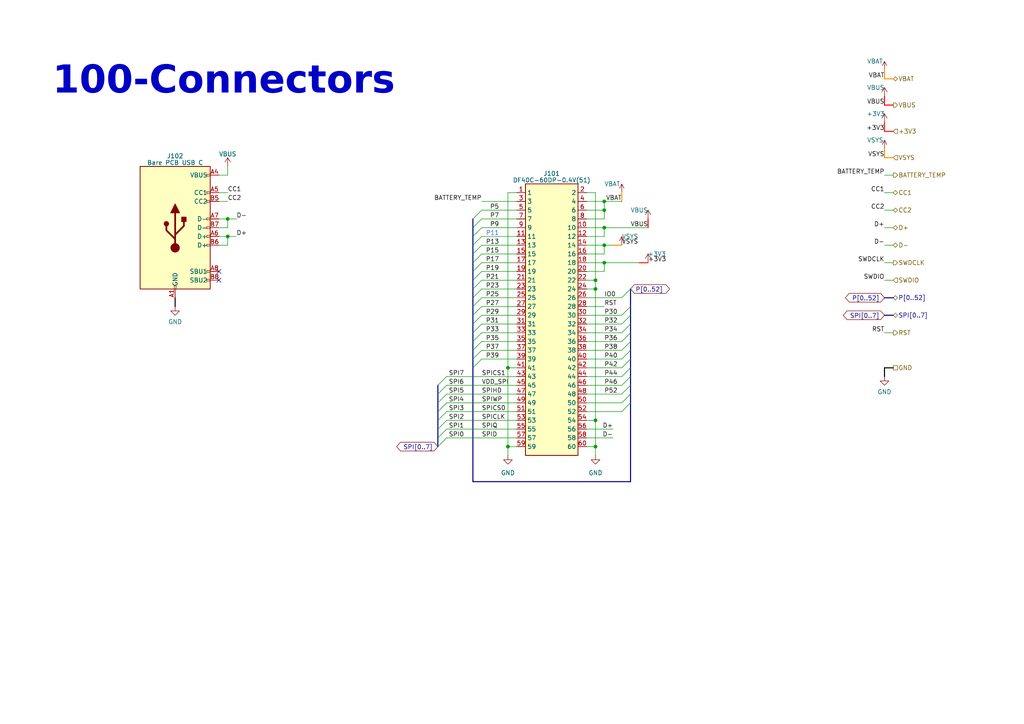
<source format=kicad_sch>
(kicad_sch (version 20231120) (generator "eeschema") (generator_version "8.0")
  (paper "A4")
  (title_block (title "PSoM - nRF52840") (date "2024-09-30") (rev "HW00") (company "PumaCorp") (comment 1 "Design by: NdG"))
  (lib_symbols
    (symbol "Component_lib:Bare PCB USB C" (pin_names (offset 0.762))
      (property "Reference" "J" (at 0 2.54 0))
      (property "Value" "Bare PCB USB C" (at 0 2.54 0))
      (symbol "Bare PCB USB C_0_0"
        (rectangle (start 9.906 -35.56) (end 10.414 -34.544))
        (rectangle (start 20.32 -32.766) (end 19.304 -33.274))
        (rectangle (start 20.32 -30.226) (end 19.304 -30.734))
        (rectangle (start 20.32 -22.606) (end 19.304 -23.114))
        (rectangle (start 20.32 -20.066) (end 19.304 -20.574))
        (rectangle (start 20.32 -17.526) (end 19.304 -18.034))
        (rectangle (start 20.32 -14.986) (end 19.304 -15.494))
        (rectangle (start 20.32 -9.906) (end 19.304 -10.414))
        (rectangle (start 20.32 -7.366) (end 19.304 -7.874))
        (rectangle (start 20.32 -2.286) (end 19.304 -2.794))
      )
      (symbol "Bare PCB USB C_0_1"
        (polyline (pts (xy 10.16 -23.622) (xy 10.16 -13.462)) (stroke (width 0.508)))
        (polyline (pts (xy 10.16 -21.082) (xy 7.62 -18.542) (xy 7.62 -17.272)) (stroke (width 0.508)))
        (polyline (pts (xy 10.16 -19.812) (xy 12.7 -17.272) (xy 12.7 -16.002)) (stroke (width 0.508)))
        (polyline (pts (xy 8.89 -13.462) (xy 10.16 -10.922) (xy 11.43 -13.462) (xy 8.89 -13.462)) (stroke (width 0.254)) (fill (type outline)))
        (rectangle (start 0 0) (end 20.32 -35.56) (stroke (width 0.254)) (fill (type background)))
        (circle (center 7.62 -16.637) (radius 0.635) (stroke (width 0.254)) (fill (type outline)))
        (circle (center 10.16 -23.622) (radius 1.27) (fill (type outline)))
        (rectangle (start 12.065 -14.732) (end 13.335 -16.002) (stroke (width 0.254)) (fill (type outline)))
      )
      (symbol "Bare PCB USB C_1_1"
        (pin passive line (at 10.16 -38.1 90) (length 2.54) (name "GND") (number "A1"))
        (pin passive line (at 10.16 -38.1 90) (length 2.54) hide (name "GND") (number "A12"))
        (pin passive line (at 22.86 -2.54 180) (length 2.54) (name "VBUS") (number "A4"))
        (pin bidirectional line (at 22.86 -7.62 180) (length 2.54) (name "CC1") (number "A5"))
        (pin bidirectional line (at 22.86 -20.32 180) (length 2.54) (name "D+") (number "A6"))
        (pin bidirectional line (at 22.86 -15.24 180) (length 2.54) (name "D-") (number "A7"))
        (pin bidirectional line (at 22.86 -30.48 180) (length 2.54) (name "SBU1") (number "A8"))
        (pin passive line (at 22.86 -2.54 180) (length 2.54) hide (name "VBUS") (number "A9"))
        (pin passive line (at 10.16 -38.1 90) (length 2.54) hide (name "GND") (number "B1"))
        (pin passive line (at 10.16 -38.1 90) (length 2.54) hide (name "GND") (number "B12"))
        (pin passive line (at 22.86 -2.54 180) (length 2.54) hide (name "VBUS") (number "B4"))
        (pin bidirectional line (at 22.86 -10.16 180) (length 2.54) (name "CC2") (number "B5"))
        (pin bidirectional line (at 22.86 -22.86 180) (length 2.54) (name "D+") (number "B6"))
        (pin bidirectional line (at 22.86 -17.78 180) (length 2.54) (name "D-") (number "B7"))
        (pin bidirectional line (at 22.86 -33.02 180) (length 2.54) (name "SBU2") (number "B8"))
        (pin passive line (at 22.86 -2.54 180) (length 2.54) hide (name "VBUS") (number "B9"))
      )
    )
    (symbol "Component_lib:DF40C-60DP-0.4V(51)"
      (property "Reference" "J" (at 5.08 7.62 0))
      (property "Value" "DF40C-60DP-0.4V(51)" (at 12.7 5.08 0))
      (symbol "DF40C-60DP-0.4V(51)_1_1"
        (rectangle (start 2.54 2.54) (end 17.78 -76.2) (stroke (width 0.254)) (fill (type background)))
        (pin passive line (at 0 0 0) (length 2.54) (name "1") (number "1"))
        (pin passive line (at 20.32 -10.16 180) (length 2.54) (name "10") (number "10"))
        (pin passive line (at 0 -12.7 0) (length 2.54) (name "11") (number "11"))
        (pin passive line (at 20.32 -12.7 180) (length 2.54) (name "12") (number "12"))
        (pin passive line (at 0 -15.24 0) (length 2.54) (name "13") (number "13"))
        (pin passive line (at 20.32 -15.24 180) (length 2.54) (name "14") (number "14"))
        (pin passive line (at 0 -17.78 0) (length 2.54) (name "15") (number "15"))
        (pin passive line (at 20.32 -17.78 180) (length 2.54) (name "16") (number "16"))
        (pin passive line (at 0 -20.32 0) (length 2.54) (name "17") (number "17"))
        (pin passive line (at 20.32 -20.32 180) (length 2.54) (name "18") (number "18"))
        (pin passive line (at 0 -22.86 0) (length 2.54) (name "19") (number "19"))
        (pin passive line (at 20.32 0 180) (length 2.54) (name "2") (number "2"))
        (pin passive line (at 20.32 -22.86 180) (length 2.54) (name "20") (number "20"))
        (pin passive line (at 0 -25.4 0) (length 2.54) (name "21") (number "21"))
        (pin passive line (at 20.32 -25.4 180) (length 2.54) (name "22") (number "22"))
        (pin passive line (at 0 -27.94 0) (length 2.54) (name "23") (number "23"))
        (pin passive line (at 20.32 -27.94 180) (length 2.54) (name "24") (number "24"))
        (pin passive line (at 0 -30.48 0) (length 2.54) (name "25") (number "25"))
        (pin passive line (at 20.32 -30.48 180) (length 2.54) (name "26") (number "26"))
        (pin passive line (at 0 -33.02 0) (length 2.54) (name "27") (number "27"))
        (pin passive line (at 20.32 -33.02 180) (length 2.54) (name "28") (number "28"))
        (pin passive line (at 0 -35.56 0) (length 2.54) (name "29") (number "29"))
        (pin passive line (at 0 -2.54 0) (length 2.54) (name "3") (number "3"))
        (pin passive line (at 20.32 -35.56 180) (length 2.54) (name "30") (number "30"))
        (pin passive line (at 0 -38.1 0) (length 2.54) (name "31") (number "31"))
        (pin passive line (at 20.32 -38.1 180) (length 2.54) (name "32") (number "32"))
        (pin passive line (at 0 -40.64 0) (length 2.54) (name "33") (number "33"))
        (pin passive line (at 20.32 -40.64 180) (length 2.54) (name "34") (number "34"))
        (pin passive line (at 0 -43.18 0) (length 2.54) (name "35") (number "35"))
        (pin passive line (at 20.32 -43.18 180) (length 2.54) (name "36") (number "36"))
        (pin passive line (at 0 -45.72 0) (length 2.54) (name "37") (number "37"))
        (pin passive line (at 20.32 -45.72 180) (length 2.54) (name "38") (number "38"))
        (pin passive line (at 0 -48.26 0) (length 2.54) (name "39") (number "39"))
        (pin passive line (at 20.32 -2.54 180) (length 2.54) (name "4") (number "4"))
        (pin passive line (at 20.32 -48.26 180) (length 2.54) (name "40") (number "40"))
        (pin passive line (at 0 -50.8 0) (length 2.54) (name "41") (number "41"))
        (pin passive line (at 20.32 -50.8 180) (length 2.54) (name "42") (number "42"))
        (pin passive line (at 0 -53.34 0) (length 2.54) (name "43") (number "43"))
        (pin passive line (at 20.32 -53.34 180) (length 2.54) (name "44") (number "44"))
        (pin passive line (at 0 -55.88 0) (length 2.54) (name "45") (number "45"))
        (pin passive line (at 20.32 -55.88 180) (length 2.54) (name "46") (number "46"))
        (pin passive line (at 0 -58.42 0) (length 2.54) (name "47") (number "47"))
        (pin passive line (at 20.32 -58.42 180) (length 2.54) (name "48") (number "48"))
        (pin passive line (at 0 -60.96 0) (length 2.54) (name "49") (number "49"))
        (pin passive line (at 0 -5.08 0) (length 2.54) (name "5") (number "5"))
        (pin passive line (at 20.32 -60.96 180) (length 2.54) (name "50") (number "50"))
        (pin passive line (at 0 -63.5 0) (length 2.54) (name "51") (number "51"))
        (pin passive line (at 20.32 -63.5 180) (length 2.54) (name "52") (number "52"))
        (pin passive line (at 0 -66.04 0) (length 2.54) (name "53") (number "53"))
        (pin passive line (at 20.32 -66.04 180) (length 2.54) (name "54") (number "54"))
        (pin passive line (at 0 -68.58 0) (length 2.54) (name "55") (number "55"))
        (pin passive line (at 20.32 -68.58 180) (length 2.54) (name "56") (number "56"))
        (pin passive line (at 0 -71.12 0) (length 2.54) (name "57") (number "57"))
        (pin passive line (at 20.32 -71.12 180) (length 2.54) (name "58") (number "58"))
        (pin passive line (at 0 -73.66 0) (length 2.54) (name "59") (number "59"))
        (pin passive line (at 20.32 -5.08 180) (length 2.54) (name "6") (number "6"))
        (pin passive line (at 20.32 -73.66 180) (length 2.54) (name "60") (number "60"))
        (pin passive line (at 0 -7.62 0) (length 2.54) (name "7") (number "7"))
        (pin passive line (at 20.32 -7.62 180) (length 2.54) (name "8") (number "8"))
        (pin passive line (at 0 -10.16 0) (length 2.54) (name "9") (number "9"))
      )
    )
    (symbol "Component_lib:VBAT" (power) (pin_numbers hide) (in_bom no) (on_board no)
      (property "Value" "VBAT" (at 0 3.81 0))
      (symbol "VBAT_0_0"
        (pin passive line (at 0 0 90) (length 2.54) hide (name "") (number ""))
      )
      (symbol "VBAT_0_1"
        (polyline (pts (xy 0 0) (xy 0 2.54) (xy 0.635 1.27) (xy 0 2.54) (xy -0.635 1.27)) (stroke (width 0.1524)))
      )
    )
    (symbol "Component_lib:VSYS" (power) (pin_numbers hide) (in_bom no) (on_board no)
      (property "Value" "VSYS" (at 0 3.81 0))
      (symbol "VSYS_0_0"
        (pin passive line (at 0 0 90) (length 2.54) hide (name "") (number ""))
      )
      (symbol "VSYS_0_1"
        (polyline (pts (xy 0 0) (xy 0 2.54) (xy 0.635 1.27) (xy 0 2.54) (xy -0.635 1.27)) (stroke (width 0.1524)))
      )
    )
    (symbol "GND_2" (power) (pin_names (offset 0))
      (property "Value" "GND_2" (at 0 -3.81 0))
      (symbol "GND_2_0_1"
        (polyline (pts (xy 0 0) (xy 0 -1.27) (xy 1.27 -1.27) (xy 0 -2.54) (xy -1.27 -1.27) (xy 0 -1.27)))
      )
      (symbol "GND_2_1_1"
        (pin power_in line (at 0 0 270) (length 0) hide (name "GND") (number "1"))
      )
    )
    (symbol "power:+3V3" (power) (pin_names (offset 0))
      (property "Value" "+3V3" (at 0 3.556 0))
      (symbol "+3V3_0_1"
        (polyline (pts (xy -0.762 1.27) (xy 0 2.54)))
        (polyline (pts (xy 0 0) (xy 0 2.54)))
        (polyline (pts (xy 0 2.54) (xy 0.762 1.27)))
      )
      (symbol "+3V3_1_1"
        (pin power_in line (at 0 0 90) (length 0) hide (name "+3V3") (number "1"))
      )
    )
    (symbol "power:GND" (power) (pin_names (offset 0))
      (property "Value" "GND" (at 0 -3.81 0))
      (symbol "GND_0_1"
        (polyline (pts (xy 0 0) (xy 0 -1.27) (xy 1.27 -1.27) (xy 0 -2.54) (xy -1.27 -1.27) (xy 0 -1.27)))
      )
      (symbol "GND_1_1"
        (pin power_in line (at 0 0 270) (length 0) hide (name "GND") (number "1"))
      )
    )
    (symbol "power:VBUS" (power) (pin_names (offset 0))
      (property "Value" "VBUS" (at 0 3.81 0))
      (symbol "VBUS_0_1"
        (polyline (pts (xy -0.762 1.27) (xy 0 2.54)))
        (polyline (pts (xy 0 0) (xy 0 2.54)))
        (polyline (pts (xy 0 2.54) (xy 0.762 1.27)))
      )
      (symbol "VBUS_1_1"
        (pin power_in line (at 0 0 90) (length 0) hide (name "VBUS") (number "1"))
      )
    )
  )
  (junction (at 66.04 68.58))
  (junction (at 172.72 83.82))
  (junction (at 175.26 58.42))
  (junction (at 147.32 129.54))
  (junction (at 175.26 76.2))
  (junction (at 147.32 106.68))
  (junction (at 175.26 60.96))
  (junction (at 172.72 121.92))
  (junction (at 175.26 66.04))
  (junction (at 175.26 71.12))
  (junction (at 172.72 129.54))
  (junction (at 172.72 81.28))
  (junction (at 66.04 63.5))
  (no_connect (at 63.5 81.28))
  (no_connect (at 63.5 78.74))
  (bus_entry (at 137.16 71.12) (size 2.54 -2.54))
  (bus_entry (at 139.7 93.98) (size -2.54 2.54))
  (bus_entry (at 137.16 76.2) (size 2.54 -2.54))
  (bus_entry (at 137.16 81.28) (size 2.54 -2.54))
  (bus_entry (at 180.34 114.3) (size 2.54 -2.54))
  (bus_entry (at 180.34 101.6) (size 2.54 -2.54))
  (bus_entry (at 180.34 96.52) (size 2.54 -2.54))
  (bus_entry (at 139.7 88.9) (size -2.54 2.54))
  (bus_entry (at 180.34 111.76) (size 2.54 -2.54))
  (bus_entry (at 180.34 119.38) (size 2.54 -2.54))
  (bus_entry (at 137.16 78.74) (size 2.54 -2.54))
  (bus_entry (at 129.54 116.84) (size -2.54 2.54))
  (bus_entry (at 139.7 99.06) (size -2.54 2.54))
  (bus_entry (at 137.16 73.66) (size 2.54 -2.54))
  (bus_entry (at 139.7 86.36) (size -2.54 2.54))
  (bus_entry (at 129.54 127) (size -2.54 2.54))
  (bus_entry (at 180.34 99.06) (size 2.54 -2.54))
  (bus_entry (at 137.16 66.04) (size 2.54 -2.54))
  (bus_entry (at 129.54 114.3) (size -2.54 2.54))
  (bus_entry (at 180.34 91.44) (size 2.54 -2.54))
  (bus_entry (at 180.34 104.14) (size 2.54 -2.54))
  (bus_entry (at 139.7 83.82) (size -2.54 2.54))
  (bus_entry (at 139.7 81.28) (size -2.54 2.54))
  (bus_entry (at 180.34 86.36) (size 2.54 -2.54))
  (bus_entry (at 180.34 106.68) (size 2.54 -2.54))
  (bus_entry (at 139.7 96.52) (size -2.54 2.54))
  (bus_entry (at 129.54 121.92) (size -2.54 2.54))
  (bus_entry (at 129.54 109.22) (size -2.54 2.54))
  (bus_entry (at 137.16 106.68) (size 2.54 -2.54))
  (bus_entry (at 180.34 93.98) (size 2.54 -2.54))
  (bus_entry (at 139.7 91.44) (size -2.54 2.54))
  (bus_entry (at 137.16 68.58) (size 2.54 -2.54))
  (bus_entry (at 180.34 109.22) (size 2.54 -2.54))
  (bus_entry (at 129.54 124.46) (size -2.54 2.54))
  (bus_entry (at 139.7 101.6) (size -2.54 2.54))
  (bus_entry (at 137.16 63.5) (size 2.54 -2.54))
  (bus_entry (at 129.54 119.38) (size -2.54 2.54))
  (bus_entry (at 180.34 116.84) (size 2.54 -2.54))
  (bus_entry (at 129.54 111.76) (size -2.54 2.54))
  (wire (pts (xy 129.54 119.38) (xy 149.86 119.38)))
  (bus (pts (xy 182.88 109.22) (xy 182.88 111.76)))
  (bus (pts (xy 127 127) (xy 127 124.46)))
  (bus (pts (xy 137.16 81.28) (xy 137.16 83.82)))
  (wire (pts (xy 66.04 68.58) (xy 68.58 68.58)))
  (wire (pts (xy 256.54 20.32) (xy 256.54 22.86)) (stroke (width 0.3) (color 255 153 0 1)))
  (wire (pts (xy 129.54 109.22) (xy 149.86 109.22)))
  (wire (pts (xy 139.7 58.42) (xy 149.86 58.42)))
  (bus (pts (xy 137.16 104.14) (xy 137.16 106.68)))
  (wire (pts (xy 175.26 78.74) (xy 175.26 76.2)))
  (wire (pts (xy 139.7 101.6) (xy 149.86 101.6)))
  (bus (pts (xy 182.88 106.68) (xy 182.88 109.22)))
  (wire (pts (xy 172.72 55.88) (xy 172.72 81.28)))
  (wire (pts (xy 170.18 81.28) (xy 172.72 81.28)))
  (wire (pts (xy 170.18 101.6) (xy 180.34 101.6)))
  (wire (pts (xy 66.04 63.5) (xy 63.5 63.5)))
  (wire (pts (xy 147.32 106.68) (xy 147.32 129.54)))
  (wire (pts (xy 256.54 45.72) (xy 259.08 45.72)) (stroke (width 0.3) (color 255 148 0 1)))
  (wire (pts (xy 170.18 121.92) (xy 172.72 121.92)))
  (bus (pts (xy 137.16 63.5) (xy 137.16 66.04)))
  (wire (pts (xy 139.7 73.66) (xy 149.86 73.66)))
  (wire (pts (xy 63.5 55.88) (xy 66.04 55.88)))
  (wire (pts (xy 170.18 76.2) (xy 175.26 76.2)))
  (wire (pts (xy 139.7 60.96) (xy 149.86 60.96)))
  (bus (pts (xy 182.88 93.98) (xy 182.88 96.52)))
  (wire (pts (xy 170.18 68.58) (xy 175.26 68.58)))
  (wire (pts (xy 147.32 106.68) (xy 149.86 106.68)))
  (bus (pts (xy 127 114.3) (xy 127 111.76)))
  (bus (pts (xy 127 119.38) (xy 127 116.84)))
  (bus (pts (xy 137.16 101.6) (xy 137.16 104.14)))
  (bus (pts (xy 137.16 139.7) (xy 182.88 139.7)))
  (wire (pts (xy 170.18 78.74) (xy 175.26 78.74)))
  (bus (pts (xy 137.16 71.12) (xy 137.16 73.66)))
  (wire (pts (xy 170.18 66.04) (xy 175.26 66.04)))
  (wire (pts (xy 170.18 114.3) (xy 180.34 114.3)))
  (wire (pts (xy 170.18 91.44) (xy 180.34 91.44)))
  (bus (pts (xy 256.54 91.44) (xy 259.08 91.44)))
  (wire (pts (xy 175.26 60.96) (xy 175.26 58.42)))
  (wire (pts (xy 170.18 109.22) (xy 180.34 109.22)))
  (wire (pts (xy 175.26 68.58) (xy 175.26 66.04)))
  (wire (pts (xy 256.54 81.28) (xy 259.08 81.28)))
  (wire (pts (xy 139.7 63.5) (xy 149.86 63.5)))
  (wire (pts (xy 170.18 60.96) (xy 175.26 60.96)))
  (wire (pts (xy 139.7 71.12) (xy 149.86 71.12)))
  (wire (pts (xy 256.54 76.2) (xy 259.08 76.2)))
  (wire (pts (xy 256.54 27.94) (xy 256.54 30.48)) (stroke (width 0.3) (color 255 0 0 1)))
  (wire (pts (xy 139.7 76.2) (xy 149.86 76.2)))
  (wire (pts (xy 256.54 30.48) (xy 259.08 30.48)) (stroke (width 0.3) (color 255 0 0 1)))
  (wire (pts (xy 139.7 93.98) (xy 149.86 93.98)))
  (wire (pts (xy 256.54 35.56) (xy 256.54 38.1)) (stroke (width 0.3) (color 255 17 1 1)))
  (wire (pts (xy 170.18 71.12) (xy 175.26 71.12)))
  (wire (pts (xy 172.72 83.82) (xy 172.72 121.92)))
  (wire (pts (xy 170.18 63.5) (xy 175.26 63.5)))
  (wire (pts (xy 175.26 66.04) (xy 187.96 66.04)))
  (wire (pts (xy 170.18 88.9) (xy 175.26 88.9)))
  (wire (pts (xy 175.26 76.2) (xy 185.42 76.2)))
  (wire (pts (xy 175.26 63.5) (xy 175.26 60.96)))
  (wire (pts (xy 256.54 109.22) (xy 256.54 106.68)) (stroke (width 0.3) (color 0 0 0 1)))
  (wire (pts (xy 185.42 76.2) (xy 187.96 76.2)) (stroke (width 0.3) (color 255 17 1 1)))
  (bus (pts (xy 137.16 76.2) (xy 137.16 78.74)))
  (wire (pts (xy 170.18 127) (xy 177.8 127)))
  (bus (pts (xy 182.88 88.9) (xy 182.88 91.44)))
  (wire (pts (xy 256.54 66.04) (xy 259.08 66.04)))
  (wire (pts (xy 139.7 99.06) (xy 149.86 99.06)))
  (wire (pts (xy 256.54 96.52) (xy 259.08 96.52)))
  (wire (pts (xy 139.7 68.58) (xy 149.86 68.58)))
  (wire (pts (xy 256.54 50.8) (xy 259.08 50.8)))
  (wire (pts (xy 139.7 83.82) (xy 149.86 83.82)))
  (wire (pts (xy 172.72 81.28) (xy 172.72 83.82)))
  (bus (pts (xy 137.16 91.44) (xy 137.16 93.98)))
  (wire (pts (xy 256.54 22.86) (xy 259.08 22.86)) (stroke (width 0.3) (color 255 153 0 1)))
  (wire (pts (xy 170.18 83.82) (xy 172.72 83.82)))
  (bus (pts (xy 182.88 101.6) (xy 182.88 104.14)))
  (wire (pts (xy 170.18 99.06) (xy 180.34 99.06)))
  (bus (pts (xy 182.88 83.82) (xy 182.88 88.9)))
  (wire (pts (xy 147.32 129.54) (xy 147.32 132.08)))
  (bus (pts (xy 127 116.84) (xy 127 114.3)))
  (wire (pts (xy 139.7 66.04) (xy 149.86 66.04)))
  (wire (pts (xy 170.18 116.84) (xy 180.34 116.84)))
  (bus (pts (xy 137.16 68.58) (xy 137.16 71.12)))
  (wire (pts (xy 187.96 63.5) (xy 187.96 66.04)) (stroke (width 0.3) (color 255 0 0 1)))
  (wire (pts (xy 129.54 111.76) (xy 149.86 111.76)))
  (wire (pts (xy 129.54 114.3) (xy 149.86 114.3)))
  (bus (pts (xy 182.88 99.06) (xy 182.88 101.6)))
  (wire (pts (xy 256.54 60.96) (xy 259.08 60.96)))
  (wire (pts (xy 149.86 55.88) (xy 147.32 55.88)))
  (wire (pts (xy 63.5 68.58) (xy 66.04 68.58)))
  (wire (pts (xy 66.04 71.12) (xy 63.5 71.12)))
  (wire (pts (xy 170.18 86.36) (xy 180.34 86.36)))
  (bus (pts (xy 256.54 86.36) (xy 259.08 86.36)))
  (wire (pts (xy 147.32 55.88) (xy 147.32 106.68)))
  (bus (pts (xy 137.16 83.82) (xy 137.16 86.36)))
  (wire (pts (xy 139.7 96.52) (xy 149.86 96.52)))
  (wire (pts (xy 63.5 58.42) (xy 66.04 58.42)))
  (wire (pts (xy 172.72 121.92) (xy 172.72 129.54)))
  (wire (pts (xy 256.54 43.18) (xy 256.54 45.72)) (stroke (width 0.3) (color 255 148 0 1)))
  (wire (pts (xy 170.18 104.14) (xy 180.34 104.14)))
  (wire (pts (xy 170.18 124.46) (xy 177.8 124.46)))
  (wire (pts (xy 256.54 106.68) (xy 259.08 106.68)) (stroke (width 0.3) (color 0 0 0 1)))
  (bus (pts (xy 182.88 91.44) (xy 182.88 93.98)))
  (wire (pts (xy 177.8 71.12) (xy 180.34 71.12)) (stroke (width 0.3) (color 255 148 0 1)))
  (wire (pts (xy 147.32 129.54) (xy 149.86 129.54)))
  (bus (pts (xy 137.16 66.04) (xy 137.16 68.58)))
  (wire (pts (xy 170.18 96.52) (xy 180.34 96.52)))
  (wire (pts (xy 175.26 71.12) (xy 177.8 71.12)))
  (wire (pts (xy 139.7 91.44) (xy 149.86 91.44)))
  (wire (pts (xy 139.7 78.74) (xy 149.86 78.74)))
  (bus (pts (xy 182.88 111.76) (xy 182.88 114.3)))
  (wire (pts (xy 139.7 86.36) (xy 149.86 86.36)))
  (wire (pts (xy 63.5 66.04) (xy 66.04 66.04)))
  (wire (pts (xy 129.54 116.84) (xy 149.86 116.84)))
  (wire (pts (xy 170.18 129.54) (xy 172.72 129.54)))
  (wire (pts (xy 256.54 55.88) (xy 259.08 55.88)))
  (wire (pts (xy 170.18 119.38) (xy 180.34 119.38)))
  (wire (pts (xy 170.18 106.68) (xy 180.34 106.68)))
  (wire (pts (xy 129.54 124.46) (xy 149.86 124.46)))
  (bus (pts (xy 137.16 106.68) (xy 137.16 139.7)))
  (wire (pts (xy 170.18 55.88) (xy 172.72 55.88)))
  (wire (pts (xy 66.04 68.58) (xy 66.04 71.12)))
  (wire (pts (xy 170.18 111.76) (xy 180.34 111.76)))
  (wire (pts (xy 139.7 88.9) (xy 149.86 88.9)))
  (wire (pts (xy 170.18 73.66) (xy 175.26 73.66)))
  (bus (pts (xy 137.16 78.74) (xy 137.16 81.28)))
  (bus (pts (xy 182.88 116.84) (xy 182.88 139.7)))
  (bus (pts (xy 182.88 114.3) (xy 182.88 116.84)))
  (wire (pts (xy 175.26 73.66) (xy 175.26 71.12)))
  (wire (pts (xy 139.7 81.28) (xy 149.86 81.28)))
  (bus (pts (xy 137.16 86.36) (xy 137.16 88.9)))
  (wire (pts (xy 66.04 66.04) (xy 66.04 63.5)))
  (bus (pts (xy 137.16 96.52) (xy 137.16 99.06)))
  (wire (pts (xy 66.04 50.8) (xy 63.5 50.8)))
  (bus (pts (xy 137.16 88.9) (xy 137.16 91.44)))
  (bus (pts (xy 127 124.46) (xy 127 121.92)))
  (wire (pts (xy 50.8 86.36) (xy 50.8 88.9)) (stroke (width 0.3) (color 0 0 0 1)))
  (wire (pts (xy 66.04 63.5) (xy 68.58 63.5)))
  (wire (pts (xy 139.7 104.14) (xy 149.86 104.14)))
  (bus (pts (xy 137.16 93.98) (xy 137.16 96.52)))
  (bus (pts (xy 127 129.54) (xy 127 127)))
  (bus (pts (xy 127 121.92) (xy 127 119.38)))
  (wire (pts (xy 256.54 71.12) (xy 259.08 71.12)))
  (bus (pts (xy 137.16 99.06) (xy 137.16 101.6)))
  (bus (pts (xy 137.16 73.66) (xy 137.16 76.2)))
  (bus (pts (xy 182.88 96.52) (xy 182.88 99.06)))
  (wire (pts (xy 172.72 129.54) (xy 172.72 132.08)))
  (wire (pts (xy 180.34 55.88) (xy 180.34 58.42)) (stroke (width 0.3) (color 255 153 0 1)))
  (bus (pts (xy 182.88 104.14) (xy 182.88 106.68)))
  (wire (pts (xy 66.04 48.26) (xy 66.04 50.8)))
  (wire (pts (xy 175.26 58.42) (xy 180.34 58.42)))
  (wire (pts (xy 170.18 93.98) (xy 180.34 93.98)))
  (wire (pts (xy 129.54 121.92) (xy 149.86 121.92)))
  (wire (pts (xy 170.18 58.42) (xy 175.26 58.42)))
  (wire (pts (xy 129.54 127) (xy 149.86 127)))
  (wire (pts (xy 256.54 38.1) (xy 259.08 38.1)) (stroke (width 0.3) (color 255 17 1 1)))
  (text "100-Connectors" (at 15.24 30.48 0) (effects (font (size 8 8) (thickness 3) (bold yes)) (justify left bottom)))
  (label "BATTERY_TEMP" (at 139.7 58.42 180))
  (label "VSYS" (at 180.34 71.12 0))
  (label "SWDIO" (at 256.54 81.28 180))
  (label "VBAT" (at 256.54 22.86 180))
  (label "SPI7" (at 134.62 109.22 180))
  (label "D-" (at 68.58 63.5 0))
  (label "VBUS" (at 256.54 30.48 180))
  (label "VBAT" (at 180.34 58.42 180))
  (label "SPIWP" (at 139.7 116.84 0))
  (label "D-" (at 177.8 127 180))
  (label "SPI4" (at 134.62 116.84 180))
  (label "D+" (at 68.58 68.58 0))
  (label "P25" (at 144.78 86.36 180))
  (label "P42" (at 175.26 106.68 0))
  (label "D+" (at 177.8 124.46 180))
  (label "P44" (at 175.26 109.22 0))
  (label "CC2" (at 66.04 58.42 0))
  (label "SPICLK" (at 139.7 121.92 0))
  (label "P15" (at 144.78 73.66 180))
  (label "P46" (at 175.26 111.76 0))
  (label "D+" (at 256.54 66.04 180))
  (label "VSYS" (at 256.54 45.72 180))
  (label "P39" (at 144.78 104.14 180))
  (label "P27" (at 144.78 88.9 180))
  (label "BATTERY_TEMP" (at 256.54 50.8 180))
  (label "SPICS1" (at 139.7 109.22 0))
  (label "P36" (at 175.26 99.06 0))
  (label "SPI5" (at 134.62 114.3 180))
  (label "P37" (at 144.78 101.6 180))
  (label "P5" (at 144.78 60.96 180))
  (label "P32" (at 175.26 93.98 0))
  (label "P23" (at 144.78 83.82 180))
  (label "P35" (at 144.78 99.06 180))
  (label "P29" (at 144.78 91.44 180))
  (label "IO0" (at 175.26 86.36 0))
  (label "P11" (at 144.78 68.58 180))
  (label "RST" (at 175.26 88.9 0))
  (label "SPIQ" (at 139.7 124.46 0))
  (label "SPI2" (at 134.62 121.92 180))
  (label "D-" (at 256.54 71.12 180))
  (label "+3V3" (at 256.54 38.1 180))
  (label "RST" (at 256.54 96.52 180))
  (label "VDD_SPI" (at 139.7 111.76 0))
  (label "P33" (at 144.78 96.52 180))
  (label "P13" (at 144.78 71.12 180))
  (label "P21" (at 144.78 81.28 180))
  (label "SPI3" (at 134.62 119.38 180))
  (label "CC1" (at 66.04 55.88 0))
  (label "SPID" (at 139.7 127 0))
  (label "SPI6" (at 134.62 111.76 180))
  (label "CC2" (at 256.54 60.96 180))
  (label "SWDCLK" (at 256.54 76.2 180))
  (label "VBUS" (at 187.96 66.04 180))
  (label "P9" (at 144.78 66.04 180))
  (label "SPI1" (at 134.62 124.46 180))
  (label "SPI0" (at 134.62 127 180))
  (label "P40" (at 175.26 104.14 0))
  (label "+3V3" (at 187.96 76.2 0))
  (label "SPIHD" (at 139.7 114.3 0))
  (label "P17" (at 144.78 76.2 180))
  (label "P34" (at 175.26 96.52 0))
  (label "P30" (at 175.26 91.44 0))
  (label "P7" (at 144.78 63.5 180))
  (label "P38" (at 175.26 101.6 0))
  (label "P52" (at 175.26 114.3 0))
  (label "CC1" (at 256.54 55.88 180))
  (label "SPICS0" (at 139.7 119.38 0))
  (label "P31" (at 144.78 93.98 180))
  (label "P19" (at 144.78 78.74 180))
  (global_label "P[0..52]" (shape bidirectional) (at 182.88 83.82 0) (property "Intersheetrefs" "${INTERSHEET_REFS}" (effects (hide yes))))
  (global_label "SPI[0..7]" (shape bidirectional) (at 127 129.54 180) (property "Intersheetrefs" "${INTERSHEET_REFS}" (effects (hide yes))))
  (global_label "P[0..52]" (shape bidirectional) (at 256.54 86.36 180) (property "Intersheetrefs" "${INTERSHEET_REFS}" (effects (hide yes))))
  (global_label "SPI[0..7]" (shape bidirectional) (at 256.54 91.44 180) (property "Intersheetrefs" "${INTERSHEET_REFS}" (effects (hide yes))))
  (hierarchical_label "VBAT" (shape bidirectional) (at 259.08 22.86 0))
  (hierarchical_label "+3V3" (shape input) (at 259.08 38.1 0))
  (hierarchical_label "CC2" (shape bidirectional) (at 259.08 60.96 0))
  (hierarchical_label "VSYS" (shape input) (at 259.08 45.72 0))
  (hierarchical_label "D+" (shape bidirectional) (at 259.08 66.04 0))
  (hierarchical_label "SWDCLK" (shape output) (at 259.08 76.2 0))
  (hierarchical_label "BATTERY_TEMP" (shape output) (at 259.08 50.8 0))
  (hierarchical_label "CC1" (shape bidirectional) (at 259.08 55.88 0))
  (hierarchical_label "GND" (shape passive) (at 259.08 106.68 0))
  (hierarchical_label "SPI[0..7]" (shape bidirectional) (at 259.08 91.44 0))
  (hierarchical_label "P[0..52]" (shape bidirectional) (at 259.08 86.36 0))
  (hierarchical_label "SWDIO" (shape input) (at 259.08 81.28 0))
  (hierarchical_label "VBUS" (shape output) (at 259.08 30.48 0))
  (hierarchical_label "RST" (shape output) (at 259.08 96.52 0))
  (hierarchical_label "D-" (shape bidirectional) (at 259.08 71.12 0))
  (symbol (lib_id "Component_lib:VBAT") (at 180.34 55.88 0) (unit 1) (in_bom no) (on_board no)
    (property "Reference" "#VBAT01" (effects (hide yes)))
    (property "Value" "VBAT" (at 175.26 53.34 0) (effects (justify left)))
    (instances (project "ESP_S2_SoM_HW00" (path "" (reference "#VBAT01") (unit 1))) (project "PMK_Keyboard" (path "" (reference "#VBAT0102") (unit 1))))
  )
  (symbol (lib_id "Component_lib:VSYS") (at 256.54 43.18 0) (unit 1) (in_bom no) (on_board no)
    (property "Reference" "#VSYS0101" (effects (hide yes)))
    (property "Value" "VSYS" (at 251.46 40.64 0) (effects (justify left)))
  )
  (symbol (lib_id "power:VBUS") (at 187.96 63.5 0) (unit 1)
    (property "Reference" "#PWR04" (effects (hide yes)))
    (property "Value" "VBUS" (at 185.42 60.96 0))
    (instances (project "ESP_S2_SoM_HW00" (path "" (reference "#PWR04") (unit 1))) (project "PMK_Keyboard" (path "" (reference "#PWR0101") (unit 1))))
  )
  (symbol (lib_name "GND_2") (lib_id "power:GND") (at 172.72 132.08 0) (unit 1)
    (property "Reference" "#PWR02" (effects (hide yes)))
    (property "Value" "GND" (at 172.72 137.16 0))
  )
  (symbol (lib_name "GND_2") (lib_id "power:GND") (at 147.32 132.08 0) (unit 1)
    (property "Reference" "#PWR01" (effects (hide yes)))
    (property "Value" "GND" (at 147.32 137.16 0))
  )
  (symbol (lib_id "Component_lib:VSYS") (at 180.34 71.12 0) (unit 1) (in_bom no) (on_board no)
    (property "Reference" "#VSYS01" (effects (hide yes)))
    (property "Value" "VSYS" (at 180.34 68.58 0) (effects (justify left)))
  )
  (symbol (lib_id "power:+3V3") (at 256.54 35.56 0) (unit 1)
    (property "Reference" "#PWR05" (effects (hide yes)))
    (property "Value" "+3V3" (at 254 33.02 0))
  )
  (symbol (lib_id "Component_lib:VBAT") (at 256.54 20.32 0) (unit 1) (in_bom no) (on_board no)
    (property "Reference" "#VBAT0102" (effects (hide yes)))
    (property "Value" "VBAT" (at 251.46 17.78 0) (effects (justify left)))
  )
  (symbol (lib_id "Component_lib:DF40C-60DP-0.4V(51)") (at 149.86 55.88 0) (unit 1)
    (property "Reference" "J101" (at 160.02 50.3301 0))
    (property "Value" "DF40C-60DP-0.4V(51)" (at 160.02 52.2511 0))
    (property "Footprint" "Component_lib:DF40C-60DP-0.4V(51)" (effects (hide yes)))
    (property "Datasheet" "https://www.mouser.ch/ProductDetail/Hirose-Connector/DF40C-60DP-04V51?qs=eDUdFcBPps0%252B%252BrqDQtiLyw%3D%3D" (effects (hide yes)))
  )
  (symbol (lib_id "power:VBUS") (at 256.54 27.94 0) (unit 1)
    (property "Reference" "#PWR0101" (effects (hide yes)))
    (property "Value" "VBUS" (at 254 25.4 0))
  )
  (symbol (lib_id "power:GND") (at 50.8 88.9 0) (unit 1)
    (property "Reference" "#PWR0107" (effects (hide yes)))
    (property "Value" "GND" (at 50.8 93.3434 0))
  )
  (symbol (lib_id "power:GND") (at 256.54 109.22 0) (unit 1)
    (property "Reference" "#PWR0118" (effects (hide yes)))
    (property "Value" "GND" (at 256.54 113.6634 0))
  )
  (symbol (lib_id "power:+3V3") (at 187.96 76.2 0) (unit 1)
    (property "Reference" "#PWR03" (effects (hide yes)))
    (property "Value" "+3V3" (at 190.5 73.66 0))
  )
  (symbol (lib_id "Component_lib:Bare PCB USB C") (at 40.64 48.26 0) (unit 1)
    (property "Reference" "J102" (at 50.8 45.2501 0))
    (property "Value" "Bare PCB USB C" (at 50.8 47.1711 0))
    (property "Footprint" "Component_lib:usb-c-pcb" (effects (hide yes)))
    (property "Datasheet" "https://gct.co/files/drawings/usb4510.pdf" (effects (hide yes)))
    (property "Description" "USB Connectors USB C Rec 16P 3u\" Mid Mnt 1.6mm O-set SMT L = 6.5mm S-Spring" (effects (hide yes)))
    (property "Height" "3.36" (effects (hide yes)))
    (property "Mouser Part Number" "640-USB4510031A" (effects (hide yes)))
    (property "Mouser Price/Stock" "https://www.mouser.co.uk/ProductDetail/GCT/USB4510-03-1-A?qs=7D1LtPJG0i3iod3O3OZ7LA%3D%3D" (effects (hide yes)))
    (property "Manufacturer_Name" "GCT (GLOBAL CONNECTOR TECHNOLOGY)" (effects (hide yes)))
    (property "Manufacturer_Part_Number" "USB4510-03-1-A" (effects (hide yes)))
  )
  (symbol (lib_id "power:VBUS") (at 66.04 48.26 0) (unit 1)
    (property "Reference" "#PWR0103" (effects (hide yes)))
    (property "Value" "VBUS" (at 66.04 44.6842 0))
  )
)
</source>
